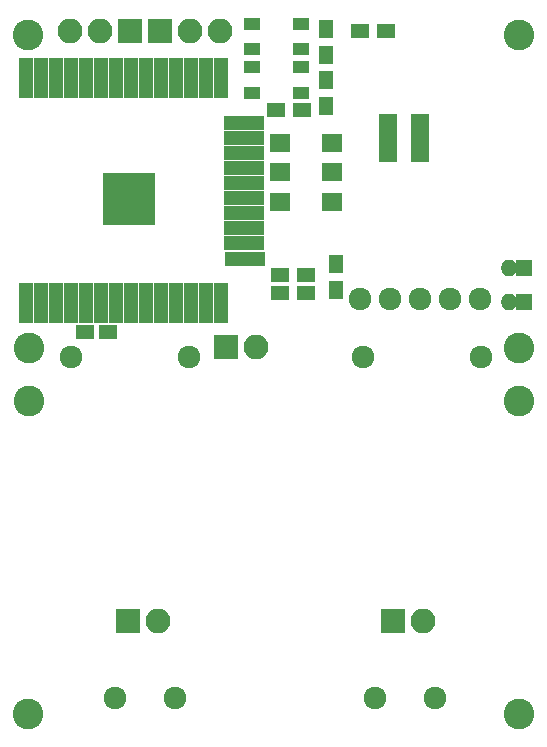
<source format=gts>
G04 #@! TF.FileFunction,Soldermask,Top*
%FSLAX46Y46*%
G04 Gerber Fmt 4.6, Leading zero omitted, Abs format (unit mm)*
G04 Created by KiCad (PCBNEW 4.0.1-stable) date 2019/02/07 19:56:50*
%MOMM*%
G01*
G04 APERTURE LIST*
%ADD10C,0.100000*%
%ADD11C,2.600000*%
%ADD12R,1.600000X1.150000*%
%ADD13R,1.300000X1.600000*%
%ADD14R,1.600000X1.300000*%
%ADD15R,2.100000X2.100000*%
%ADD16O,2.100000X2.100000*%
%ADD17R,1.400000X1.400000*%
%ADD18O,1.400000X1.400000*%
%ADD19C,1.924000*%
%ADD20R,1.450000X1.050000*%
%ADD21R,1.800000X1.600000*%
%ADD22R,1.300000X3.400000*%
%ADD23R,3.400000X1.300000*%
%ADD24R,4.400000X4.400000*%
%ADD25R,1.540000X0.600000*%
G04 APERTURE END LIST*
D10*
D11*
X81700000Y-91750000D03*
X123250000Y-91750000D03*
X123250000Y-118250000D03*
X81750000Y-118250000D03*
D12*
X86500000Y-116950000D03*
X88400000Y-116950000D03*
D13*
X106900000Y-91300000D03*
X106900000Y-93500000D03*
D14*
X112000000Y-91400000D03*
X109800000Y-91400000D03*
X105200000Y-112100000D03*
X103000000Y-112100000D03*
D15*
X92870000Y-91430000D03*
D16*
X95410000Y-91430000D03*
X97950000Y-91430000D03*
D15*
X90330000Y-91430000D03*
D16*
X87790000Y-91430000D03*
X85250000Y-91430000D03*
D17*
X123700000Y-111500000D03*
D18*
X122430000Y-111500000D03*
D17*
X123700000Y-114400000D03*
D18*
X122430000Y-114400000D03*
D15*
X98400000Y-118200000D03*
D16*
X100940000Y-118200000D03*
D19*
X95300000Y-119000000D03*
X85300000Y-119000000D03*
X110000000Y-119000000D03*
X120000000Y-119000000D03*
D14*
X104900000Y-98100000D03*
X102700000Y-98100000D03*
D13*
X106900000Y-95550000D03*
X106900000Y-97750000D03*
X107750000Y-111200000D03*
X107750000Y-113400000D03*
D14*
X105200000Y-113600000D03*
X103000000Y-113600000D03*
D20*
X100625000Y-90825000D03*
X104775000Y-90825000D03*
X100625000Y-92975000D03*
X104775000Y-92975000D03*
X104775000Y-96675000D03*
X100625000Y-96675000D03*
X104775000Y-94525000D03*
X100625000Y-94525000D03*
D21*
X103000000Y-100900000D03*
X103000000Y-103400000D03*
X103000000Y-105900000D03*
X107400000Y-100900000D03*
X107400000Y-103400000D03*
X107400000Y-105900000D03*
D22*
X81500000Y-114500000D03*
X82770000Y-114500000D03*
X84040000Y-114500000D03*
X85310000Y-114500000D03*
X86580000Y-114500000D03*
X87850000Y-114500000D03*
X89120000Y-114500000D03*
X90390000Y-114500000D03*
X91660000Y-114500000D03*
X92930000Y-114500000D03*
X94200000Y-114500000D03*
X95470000Y-114500000D03*
X96740000Y-114500000D03*
X98010000Y-114500000D03*
D23*
X100000000Y-110700000D03*
X99950000Y-109420000D03*
X99950000Y-108150000D03*
X99950000Y-106880000D03*
X99950000Y-105610000D03*
X99950000Y-104340000D03*
X99950000Y-103070000D03*
X99950000Y-101800000D03*
X99950000Y-100530000D03*
X99950000Y-99260000D03*
D22*
X98010000Y-95450000D03*
X96740000Y-95450000D03*
X95470000Y-95450000D03*
X94200000Y-95450000D03*
X92930000Y-95450000D03*
X91660000Y-95450000D03*
X90390000Y-95450000D03*
X89120000Y-95450000D03*
X87850000Y-95450000D03*
X86580000Y-95450000D03*
X85310000Y-95450000D03*
X84040000Y-95450000D03*
X82770000Y-95450000D03*
X81500000Y-95450000D03*
D24*
X90200000Y-105650000D03*
D25*
X114820000Y-102300000D03*
X112180000Y-102300000D03*
X114820000Y-101900000D03*
X112180000Y-101900000D03*
X114820000Y-101500000D03*
X112180000Y-101500000D03*
X114820000Y-101100000D03*
X112180000Y-101100000D03*
X114820000Y-100700000D03*
X112180000Y-100700000D03*
X114820000Y-100300000D03*
X112180000Y-100300000D03*
X114820000Y-99900000D03*
X112180000Y-99900000D03*
X114820000Y-99500000D03*
X112180000Y-99500000D03*
X114820000Y-99100000D03*
X112180000Y-99100000D03*
X114820000Y-98700000D03*
X112180000Y-98700000D03*
D19*
X109800000Y-114100000D03*
X112340000Y-114100000D03*
X114880000Y-114100000D03*
X117420000Y-114100000D03*
X119960000Y-114100000D03*
D11*
X123250000Y-122750000D03*
X123250000Y-149250000D03*
X81700000Y-149250000D03*
X81750000Y-122750000D03*
D19*
X89060000Y-147900000D03*
X94140000Y-147900000D03*
X111060000Y-147900000D03*
X116140000Y-147900000D03*
D15*
X90100000Y-141400000D03*
D16*
X92640000Y-141400000D03*
D15*
X112600000Y-141400000D03*
D16*
X115140000Y-141400000D03*
M02*

</source>
